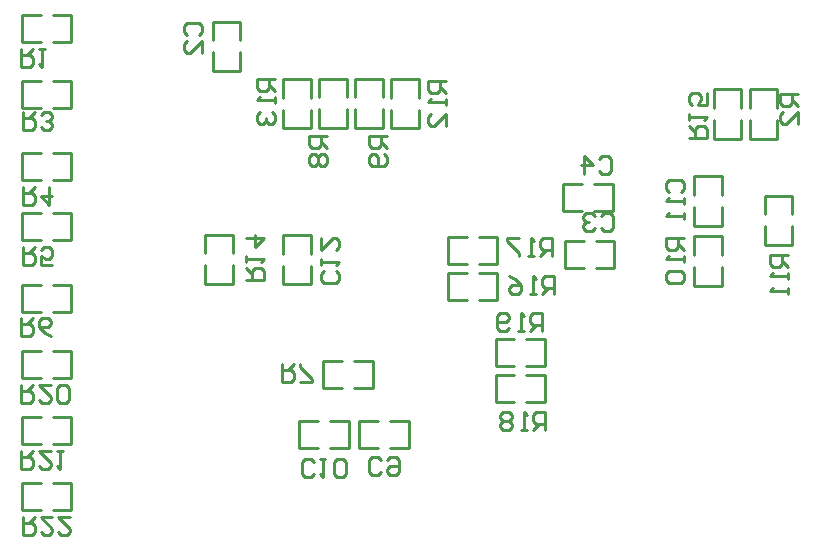
<source format=gbo>
%FSLAX25Y25*%
%MOIN*%
G70*
G01*
G75*
G04 Layer_Color=32896*
%ADD10C,0.01000*%
%ADD11C,0.03000*%
%ADD12C,0.02000*%
%ADD13C,0.00800*%
%ADD14R,0.00984X0.09843*%
%ADD15R,0.09843X0.00984*%
%ADD16R,0.05315X0.05118*%
%ADD17R,0.05118X0.05315*%
%ADD18R,0.20000X0.02000*%
%ADD19O,0.20000X0.02000*%
%ADD20R,0.13780X0.08465*%
%ADD21R,0.04331X0.08465*%
%ADD22R,0.04331X0.08465*%
%ADD23C,0.11811*%
%ADD24C,0.05906*%
%ADD25R,0.05906X0.05906*%
%ADD26C,0.06200*%
%ADD27C,0.08000*%
%ADD28O,0.07874X0.03937*%
%ADD29O,0.07874X0.03937*%
%ADD30C,0.03937*%
%ADD31C,0.03000*%
%ADD32C,0.06500*%
%ADD33C,0.15000*%
%ADD34C,0.05500*%
%ADD35C,0.05906*%
%ADD36R,0.05906X0.05906*%
%ADD37R,0.05906X0.05906*%
%ADD38C,0.06654*%
%ADD39R,0.06654X0.06654*%
%ADD40C,0.18740*%
%ADD41C,0.00787*%
%ADD42C,0.00984*%
%ADD43C,0.00500*%
%ADD44C,0.00600*%
%ADD45C,0.01200*%
%ADD46C,0.00591*%
%ADD47R,0.04520X0.01680*%
%ADD48R,0.01680X0.04520*%
D10*
X451528Y333232D02*
Y339442D01*
X442472Y333232D02*
Y339442D01*
Y343445D02*
Y349768D01*
X451528Y343445D02*
Y349768D01*
X442472Y333232D02*
X451528D01*
X442472Y349768D02*
X451528D01*
X433028Y304232D02*
Y310442D01*
X423972Y304232D02*
Y310442D01*
Y314445D02*
Y320768D01*
X433028Y314445D02*
Y320768D01*
X423972Y304232D02*
X433028D01*
X423972Y320768D02*
X433028D01*
X423972Y294558D02*
Y300768D01*
X433028Y294558D02*
Y300768D01*
Y284232D02*
Y290555D01*
X423972Y284232D02*
Y290555D01*
Y300768D02*
X433028D01*
X423972Y284232D02*
X433028D01*
X447472Y308058D02*
Y314268D01*
X456528Y308058D02*
Y314268D01*
Y297732D02*
Y304055D01*
X447472Y297732D02*
Y304055D01*
Y314268D02*
X456528D01*
X447472Y297732D02*
X456528D01*
X210058Y218528D02*
X216268D01*
X210058Y209472D02*
X216268D01*
X199732D02*
X206055D01*
X199732Y218528D02*
X206055D01*
X216268Y209472D02*
Y218528D01*
X199732Y209472D02*
Y218528D01*
X210058Y240528D02*
X216268D01*
X210058Y231472D02*
X216268D01*
X199732D02*
X206055D01*
X199732Y240528D02*
X206055D01*
X216268Y231472D02*
Y240528D01*
X199732Y231472D02*
Y240528D01*
X210058Y262528D02*
X216268D01*
X210058Y253472D02*
X216268D01*
X199732D02*
X206055D01*
X199732Y262528D02*
X206055D01*
X216268Y253472D02*
Y262528D01*
X199732Y253472D02*
Y262528D01*
X210058Y284528D02*
X216268D01*
X210058Y275472D02*
X216268D01*
X199732D02*
X206055D01*
X199732Y284528D02*
X206055D01*
X216268Y275472D02*
Y284528D01*
X199732Y275472D02*
Y284528D01*
X210058Y308528D02*
X216268D01*
X210058Y299472D02*
X216268D01*
X199732D02*
X206055D01*
X199732Y308528D02*
X206055D01*
X216268Y299472D02*
Y308528D01*
X199732Y299472D02*
Y308528D01*
X210058Y328528D02*
X216268D01*
X210058Y319472D02*
X216268D01*
X199732D02*
X206055D01*
X199732Y328528D02*
X206055D01*
X216268Y319472D02*
Y328528D01*
X199732Y319472D02*
Y328528D01*
X210058Y352528D02*
X216268D01*
X210058Y343472D02*
X216268D01*
X199732D02*
X206055D01*
X199732Y352528D02*
X206055D01*
X216268Y343472D02*
Y352528D01*
X199732Y343472D02*
Y352528D01*
X210058Y374528D02*
X216268D01*
X210058Y365472D02*
X216268D01*
X199732D02*
X206055D01*
X199732Y374528D02*
X206055D01*
X216268Y365472D02*
Y374528D01*
X199732Y365472D02*
Y374528D01*
X390558Y318028D02*
X396768D01*
X390558Y308972D02*
X396768D01*
X380232D02*
X386555D01*
X380232Y318028D02*
X386555D01*
X396768Y308972D02*
Y318028D01*
X380232Y308972D02*
Y318028D01*
X391058Y299028D02*
X397268D01*
X391058Y289972D02*
X397268D01*
X380732D02*
X387055D01*
X380732Y299028D02*
X387055D01*
X397268Y289972D02*
Y299028D01*
X380732Y289972D02*
Y299028D01*
X263472Y366058D02*
Y372268D01*
X272528Y366058D02*
Y372268D01*
Y355732D02*
Y362055D01*
X263472Y355732D02*
Y362055D01*
Y372268D02*
X272528D01*
X263472Y355732D02*
X272528D01*
X374268Y257472D02*
Y266528D01*
X357732Y257472D02*
Y266528D01*
X367945Y257472D02*
X374268D01*
X367945Y266528D02*
X374268D01*
X357732D02*
X363942D01*
X357732Y257472D02*
X363942D01*
X374268Y245472D02*
Y254528D01*
X357732Y245472D02*
Y254528D01*
X367945Y245472D02*
X374268D01*
X367945Y254528D02*
X374268D01*
X357732D02*
X363942D01*
X357732Y245472D02*
X363942D01*
X286972Y301268D02*
X296028D01*
X286972Y284732D02*
X296028D01*
Y294945D02*
Y301268D01*
X286972Y294945D02*
Y301268D01*
Y284732D02*
Y290942D01*
X296028Y284732D02*
Y290942D01*
X341732Y291472D02*
Y300528D01*
X358268Y291472D02*
Y300528D01*
X341732D02*
X348055D01*
X341732Y291472D02*
X348055D01*
X352058D02*
X358268D01*
X352058Y300528D02*
X358268D01*
X341732Y279472D02*
Y288528D01*
X358268Y279472D02*
Y288528D01*
X341732D02*
X348055D01*
X341732Y279472D02*
X348055D01*
X352058D02*
X358268D01*
X352058Y288528D02*
X358268D01*
X430472Y349768D02*
X439528D01*
X430472Y333232D02*
X439528D01*
Y343445D02*
Y349768D01*
X430472Y343445D02*
Y349768D01*
Y333232D02*
Y339442D01*
X439528Y333232D02*
Y339442D01*
X260972Y284732D02*
X270028D01*
X260972Y301268D02*
X270028D01*
X260972Y284732D02*
Y291055D01*
X270028Y284732D02*
Y291055D01*
Y295058D02*
Y301268D01*
X260972Y295058D02*
Y301268D01*
X286972Y353268D02*
X296028D01*
X286972Y336732D02*
X296028D01*
Y346945D02*
Y353268D01*
X286972Y346945D02*
Y353268D01*
Y336732D02*
Y342942D01*
X296028Y336732D02*
Y342942D01*
X322972Y353268D02*
X332028D01*
X322972Y336732D02*
X332028D01*
Y346945D02*
Y353268D01*
X322972Y346945D02*
Y353268D01*
Y336732D02*
Y342942D01*
X332028Y336732D02*
Y342942D01*
X310972Y336732D02*
X320028D01*
X310972Y353268D02*
X320028D01*
X310972Y336732D02*
Y343055D01*
X320028Y336732D02*
Y343055D01*
Y347058D02*
Y353268D01*
X310972Y347058D02*
Y353268D01*
X298972Y336732D02*
X308028D01*
X298972Y353268D02*
X308028D01*
X298972Y336732D02*
Y343055D01*
X308028Y336732D02*
Y343055D01*
Y347058D02*
Y353268D01*
X298972Y347058D02*
Y353268D01*
X300232Y249972D02*
Y259028D01*
X316768Y249972D02*
Y259028D01*
X300232D02*
X306555D01*
X300232Y249972D02*
X306555D01*
X310558D02*
X316768D01*
X310558Y259028D02*
X316768D01*
X308768Y229972D02*
Y239028D01*
X292232Y229972D02*
Y239028D01*
X302445Y229972D02*
X308768D01*
X302445Y239028D02*
X308768D01*
X292232D02*
X298442D01*
X292232Y229972D02*
X298442D01*
X312232D02*
Y239028D01*
X328768Y229972D02*
Y239028D01*
X312232D02*
X318555D01*
X312232Y229972D02*
X318555D01*
X322558D02*
X328768D01*
X322558Y239028D02*
X328768D01*
X373000Y269000D02*
Y274998D01*
X370001D01*
X369001Y273998D01*
Y271999D01*
X370001Y270999D01*
X373000D01*
X371001D02*
X369001Y269000D01*
X367002D02*
X365003D01*
X366002D01*
Y274998D01*
X367002Y273998D01*
X362004Y270000D02*
X361004Y269000D01*
X359004D01*
X358005Y270000D01*
Y273998D01*
X359004Y274998D01*
X361004D01*
X362004Y273998D01*
Y272999D01*
X361004Y271999D01*
X358005D01*
X374000Y236000D02*
Y241998D01*
X371001D01*
X370001Y240998D01*
Y238999D01*
X371001Y237999D01*
X374000D01*
X372001D02*
X370001Y236000D01*
X368002D02*
X366003D01*
X367002D01*
Y241998D01*
X368002Y240998D01*
X363004D02*
X362004Y241998D01*
X360004D01*
X359005Y240998D01*
Y239999D01*
X360004Y238999D01*
X359005Y237999D01*
Y237000D01*
X360004Y236000D01*
X362004D01*
X363004Y237000D01*
Y237999D01*
X362004Y238999D01*
X363004Y239999D01*
Y240998D01*
X362004Y238999D02*
X360004D01*
X304548Y289249D02*
X305548Y288249D01*
Y286250D01*
X304548Y285250D01*
X300550D01*
X299550Y286250D01*
Y288249D01*
X300550Y289249D01*
X299550Y291248D02*
Y293247D01*
Y292248D01*
X305548D01*
X304548Y291248D01*
X299550Y300245D02*
Y296246D01*
X303549Y300245D01*
X304548D01*
X305548Y299246D01*
Y297246D01*
X304548Y296246D01*
X376500Y294000D02*
Y299998D01*
X373501D01*
X372501Y298998D01*
Y296999D01*
X373501Y295999D01*
X376500D01*
X374501D02*
X372501Y294000D01*
X370502D02*
X368503D01*
X369502D01*
Y299998D01*
X370502Y298998D01*
X365504Y299998D02*
X361505D01*
Y298998D01*
X365504Y295000D01*
Y294000D01*
X377000Y281500D02*
Y287498D01*
X374001D01*
X373001Y286498D01*
Y284499D01*
X374001Y283499D01*
X377000D01*
X375001D02*
X373001Y281500D01*
X371002D02*
X369003D01*
X370002D01*
Y287498D01*
X371002Y286498D01*
X362005Y287498D02*
X364004Y286498D01*
X366004Y284499D01*
Y282500D01*
X365004Y281500D01*
X363004D01*
X362005Y282500D01*
Y283499D01*
X363004Y284499D01*
X366004D01*
X422000Y333500D02*
X427998D01*
Y336499D01*
X426998Y337499D01*
X424999D01*
X423999Y336499D01*
Y333500D01*
Y335499D02*
X422000Y337499D01*
Y339498D02*
Y341497D01*
Y340498D01*
X427998D01*
X426998Y339498D01*
X427998Y348495D02*
Y344496D01*
X424999D01*
X425999Y346496D01*
Y347496D01*
X424999Y348495D01*
X423000D01*
X422000Y347496D01*
Y345496D01*
X423000Y344496D01*
X274500Y286000D02*
X280498D01*
Y288999D01*
X279498Y289999D01*
X277499D01*
X276499Y288999D01*
Y286000D01*
Y287999D02*
X274500Y289999D01*
Y291998D02*
Y293997D01*
Y292998D01*
X280498D01*
X279498Y291998D01*
X274500Y299995D02*
X280498D01*
X277499Y296996D01*
Y300995D01*
X284000Y353000D02*
X278002D01*
Y350001D01*
X279002Y349001D01*
X281001D01*
X282001Y350001D01*
Y353000D01*
Y351001D02*
X284000Y349001D01*
Y347002D02*
Y345003D01*
Y346002D01*
X278002D01*
X279002Y347002D01*
Y342004D02*
X278002Y341004D01*
Y339004D01*
X279002Y338005D01*
X280001D01*
X281001Y339004D01*
Y340004D01*
Y339004D01*
X282001Y338005D01*
X283000D01*
X284000Y339004D01*
Y341004D01*
X283000Y342004D01*
X341000Y352500D02*
X335002D01*
Y349501D01*
X336002Y348501D01*
X338001D01*
X339001Y349501D01*
Y352500D01*
Y350501D02*
X341000Y348501D01*
Y346502D02*
Y344503D01*
Y345502D01*
X335002D01*
X336002Y346502D01*
X341000Y337505D02*
Y341504D01*
X337001Y337505D01*
X336002D01*
X335002Y338505D01*
Y340504D01*
X336002Y341504D01*
X321500Y334000D02*
X315502D01*
Y331001D01*
X316502Y330001D01*
X318501D01*
X319501Y331001D01*
Y334000D01*
Y332001D02*
X321500Y330001D01*
X320500Y328002D02*
X321500Y327002D01*
Y325003D01*
X320500Y324003D01*
X316502D01*
X315502Y325003D01*
Y327002D01*
X316502Y328002D01*
X317501D01*
X318501Y327002D01*
Y324003D01*
X301500Y334000D02*
X295502D01*
Y331001D01*
X296502Y330001D01*
X298501D01*
X299501Y331001D01*
Y334000D01*
Y332001D02*
X301500Y330001D01*
X296502Y328002D02*
X295502Y327002D01*
Y325003D01*
X296502Y324003D01*
X297501D01*
X298501Y325003D01*
X299501Y324003D01*
X300500D01*
X301500Y325003D01*
Y327002D01*
X300500Y328002D01*
X299501D01*
X298501Y327002D01*
X297501Y328002D01*
X296502D01*
X298501Y327002D02*
Y325003D01*
X286500Y258000D02*
Y252002D01*
X289499D01*
X290499Y253002D01*
Y255001D01*
X289499Y256001D01*
X286500D01*
X288499D02*
X290499Y258000D01*
X292498Y252002D02*
X296497D01*
Y253002D01*
X292498Y257000D01*
Y258000D01*
X296999Y221502D02*
X295999Y220502D01*
X294000D01*
X293000Y221502D01*
Y225500D01*
X294000Y226500D01*
X295999D01*
X296999Y225500D01*
X298998Y226500D02*
X300997D01*
X299998D01*
Y220502D01*
X298998Y221502D01*
X303996D02*
X304996Y220502D01*
X306996D01*
X307995Y221502D01*
Y225500D01*
X306996Y226500D01*
X304996D01*
X303996Y225500D01*
Y221502D01*
X319499Y222002D02*
X318499Y221002D01*
X316500D01*
X315500Y222002D01*
Y226000D01*
X316500Y227000D01*
X318499D01*
X319499Y226000D01*
X321498D02*
X322498Y227000D01*
X324497D01*
X325497Y226000D01*
Y222002D01*
X324497Y221002D01*
X322498D01*
X321498Y222002D01*
Y223001D01*
X322498Y224001D01*
X325497D01*
X455000Y294500D02*
X449002D01*
Y291501D01*
X450002Y290501D01*
X452001D01*
X453001Y291501D01*
Y294500D01*
Y292501D02*
X455000Y290501D01*
Y288502D02*
Y286503D01*
Y287502D01*
X449002D01*
X450002Y288502D01*
X455000Y283504D02*
Y281504D01*
Y282504D01*
X449002D01*
X450002Y283504D01*
X420500Y300000D02*
X414502D01*
Y297001D01*
X415502Y296001D01*
X417501D01*
X418501Y297001D01*
Y300000D01*
Y298001D02*
X420500Y296001D01*
Y294002D02*
Y292003D01*
Y293002D01*
X414502D01*
X415502Y294002D01*
Y289004D02*
X414502Y288004D01*
Y286004D01*
X415502Y285005D01*
X419500D01*
X420500Y286004D01*
Y288004D01*
X419500Y289004D01*
X415502D01*
Y315501D02*
X414502Y316501D01*
Y318500D01*
X415502Y319500D01*
X419500D01*
X420500Y318500D01*
Y316501D01*
X419500Y315501D01*
X420500Y313502D02*
Y311503D01*
Y312502D01*
X414502D01*
X415502Y313502D01*
X420500Y308504D02*
Y306504D01*
Y307504D01*
X414502D01*
X415502Y308504D01*
X458500Y348000D02*
X452502D01*
Y345001D01*
X453502Y344001D01*
X455501D01*
X456501Y345001D01*
Y348000D01*
Y346001D02*
X458500Y344001D01*
Y338003D02*
Y342002D01*
X454501Y338003D01*
X453502D01*
X452502Y339003D01*
Y341002D01*
X453502Y342002D01*
X199500Y363000D02*
Y357002D01*
X202499D01*
X203499Y358002D01*
Y360001D01*
X202499Y361001D01*
X199500D01*
X201499D02*
X203499Y363000D01*
X205498D02*
X207497D01*
X206498D01*
Y357002D01*
X205498Y358002D01*
X200000Y342000D02*
Y336002D01*
X202999D01*
X203999Y337002D01*
Y339001D01*
X202999Y340001D01*
X200000D01*
X201999D02*
X203999Y342000D01*
X205998Y337002D02*
X206998Y336002D01*
X208997D01*
X209997Y337002D01*
Y338001D01*
X208997Y339001D01*
X207997D01*
X208997D01*
X209997Y340001D01*
Y341000D01*
X208997Y342000D01*
X206998D01*
X205998Y341000D01*
X200000Y317000D02*
Y311002D01*
X202999D01*
X203999Y312002D01*
Y314001D01*
X202999Y315001D01*
X200000D01*
X201999D02*
X203999Y317000D01*
X208997D02*
Y311002D01*
X205998Y314001D01*
X209997D01*
X200000Y297000D02*
Y291002D01*
X202999D01*
X203999Y292002D01*
Y294001D01*
X202999Y295001D01*
X200000D01*
X201999D02*
X203999Y297000D01*
X209997Y291002D02*
X205998D01*
Y294001D01*
X207997Y293001D01*
X208997D01*
X209997Y294001D01*
Y296000D01*
X208997Y297000D01*
X206998D01*
X205998Y296000D01*
X199500Y273500D02*
Y267502D01*
X202499D01*
X203499Y268502D01*
Y270501D01*
X202499Y271501D01*
X199500D01*
X201499D02*
X203499Y273500D01*
X209497Y267502D02*
X207497Y268502D01*
X205498Y270501D01*
Y272500D01*
X206498Y273500D01*
X208497D01*
X209497Y272500D01*
Y271501D01*
X208497Y270501D01*
X205498D01*
X199500Y251000D02*
Y245002D01*
X202499D01*
X203499Y246002D01*
Y248001D01*
X202499Y249001D01*
X199500D01*
X201499D02*
X203499Y251000D01*
X209497D02*
X205498D01*
X209497Y247001D01*
Y246002D01*
X208497Y245002D01*
X206498D01*
X205498Y246002D01*
X211496D02*
X212496Y245002D01*
X214495D01*
X215495Y246002D01*
Y250000D01*
X214495Y251000D01*
X212496D01*
X211496Y250000D01*
Y246002D01*
X199500Y229000D02*
Y223002D01*
X202499D01*
X203499Y224002D01*
Y226001D01*
X202499Y227001D01*
X199500D01*
X201499D02*
X203499Y229000D01*
X209497D02*
X205498D01*
X209497Y225001D01*
Y224002D01*
X208497Y223002D01*
X206498D01*
X205498Y224002D01*
X211496Y229000D02*
X213495D01*
X212496D01*
Y223002D01*
X211496Y224002D01*
X200000Y207000D02*
Y201002D01*
X202999D01*
X203999Y202002D01*
Y204001D01*
X202999Y205001D01*
X200000D01*
X201999D02*
X203999Y207000D01*
X209997D02*
X205998D01*
X209997Y203001D01*
Y202002D01*
X208997Y201002D01*
X206998D01*
X205998Y202002D01*
X215995Y207000D02*
X211996D01*
X215995Y203001D01*
Y202002D01*
X214995Y201002D01*
X212996D01*
X211996Y202002D01*
X254952Y367751D02*
X253952Y368751D01*
Y370750D01*
X254952Y371750D01*
X258950D01*
X259950Y370750D01*
Y368751D01*
X258950Y367751D01*
X259950Y361753D02*
Y365752D01*
X255951Y361753D01*
X254952D01*
X253952Y362753D01*
Y364752D01*
X254952Y365752D01*
X392751Y307548D02*
X393751Y308548D01*
X395750D01*
X396750Y307548D01*
Y303550D01*
X395750Y302550D01*
X393751D01*
X392751Y303550D01*
X390752Y307548D02*
X389752Y308548D01*
X387753D01*
X386753Y307548D01*
Y306549D01*
X387753Y305549D01*
X388753D01*
X387753D01*
X386753Y304549D01*
Y303550D01*
X387753Y302550D01*
X389752D01*
X390752Y303550D01*
X392251Y326548D02*
X393251Y327548D01*
X395250D01*
X396250Y326548D01*
Y322550D01*
X395250Y321550D01*
X393251D01*
X392251Y322550D01*
X387253Y321550D02*
Y327548D01*
X390252Y324549D01*
X386253D01*
M02*

</source>
